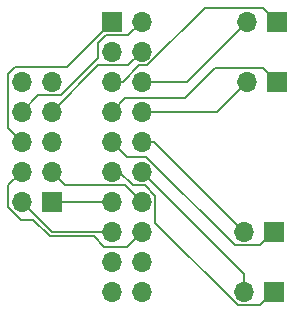
<source format=gbr>
%TF.GenerationSoftware,KiCad,Pcbnew,7.0.9-1.fc39*%
%TF.CreationDate,2023-12-29T10:13:10-08:00*%
%TF.ProjectId,supermicro-ATX-PCB,73757065-726d-4696-9372-6f2d4154582d,rev?*%
%TF.SameCoordinates,Original*%
%TF.FileFunction,Copper,L1,Top*%
%TF.FilePolarity,Positive*%
%FSLAX46Y46*%
G04 Gerber Fmt 4.6, Leading zero omitted, Abs format (unit mm)*
G04 Created by KiCad (PCBNEW 7.0.9-1.fc39) date 2023-12-29 10:13:10*
%MOMM*%
%LPD*%
G01*
G04 APERTURE LIST*
%TA.AperFunction,ComponentPad*%
%ADD10R,1.700000X1.700000*%
%TD*%
%TA.AperFunction,ComponentPad*%
%ADD11O,1.700000X1.700000*%
%TD*%
%TA.AperFunction,Conductor*%
%ADD12C,0.200000*%
%TD*%
G04 APERTURE END LIST*
D10*
%TO.P,UID1,1,Pin_1*%
%TO.N,/UID_LED+*%
X123190000Y-68580000D03*
D11*
%TO.P,UID1,2,Pin_2*%
%TO.N,/UID_LED-*%
X120650000Y-68580000D03*
%TD*%
D10*
%TO.P,PWR_FAIL1,1,Pin_1*%
%TO.N,/PWR_FAIL_LED+*%
X123190000Y-63500000D03*
D11*
%TO.P,PWR_FAIL1,2,Pin_2*%
%TO.N,/PWR_FAIL_LED-*%
X120650000Y-63500000D03*
%TD*%
D10*
%TO.P,NIC2,1,Pin_1*%
%TO.N,/NIC2_LED+*%
X122936000Y-81280000D03*
D11*
%TO.P,NIC2,2,Pin_2*%
%TO.N,/NIC2_LED-*%
X120396000Y-81280000D03*
%TD*%
D10*
%TO.P,SM-JF1,1,Pin_1*%
%TO.N,/PWR_BUTT+*%
X109220000Y-63500000D03*
D11*
%TO.P,SM-JF1,2,Pin_2*%
%TO.N,/PWR_BUTT-*%
X111760000Y-63500000D03*
%TO.P,SM-JF1,3,Pin_3*%
%TO.N,/RESET_BUTT+*%
X109220000Y-66040000D03*
%TO.P,SM-JF1,4,Pin_4*%
%TO.N,/RESET_BUTT-*%
X111760000Y-66040000D03*
%TO.P,SM-JF1,5,Pin_5*%
%TO.N,/PWR_FAIL_LED+*%
X109220000Y-68580000D03*
%TO.P,SM-JF1,6,Pin_6*%
%TO.N,/PWR_FAIL_LED-*%
X111760000Y-68580000D03*
%TO.P,SM-JF1,7,Pin_7*%
%TO.N,/UID_LED+*%
X109220000Y-71120000D03*
%TO.P,SM-JF1,8,Pin_8*%
%TO.N,/UID_LED-*%
X111760000Y-71120000D03*
%TO.P,SM-JF1,9,Pin_9*%
%TO.N,/NIC2_LED+*%
X109220000Y-73660000D03*
%TO.P,SM-JF1,10,Pin_10*%
%TO.N,/NIC2_LED-*%
X111760000Y-73660000D03*
%TO.P,SM-JF1,11,Pin_11*%
%TO.N,/NIC1_LED+*%
X109220000Y-76200000D03*
%TO.P,SM-JF1,12,Pin_12*%
%TO.N,/NIC1_LED-*%
X111760000Y-76200000D03*
%TO.P,SM-JF1,13,Pin_13*%
%TO.N,/HDD_LED+*%
X109220000Y-78740000D03*
%TO.P,SM-JF1,14,Pin_14*%
%TO.N,/HDD_LED-*%
X111760000Y-78740000D03*
%TO.P,SM-JF1,15,Pin_15*%
%TO.N,/PWR_LED+*%
X109220000Y-81280000D03*
%TO.P,SM-JF1,16,Pin_16*%
%TO.N,/PWR_LED-*%
X111760000Y-81280000D03*
%TO.P,SM-JF1,17,Pin_17*%
%TO.N,unconnected-(SM-JF1-Pin_17-Pad17)*%
X109220000Y-83820000D03*
%TO.P,SM-JF1,18,Pin_18*%
%TO.N,unconnected-(SM-JF1-Pin_18-Pad18)*%
X111760000Y-83820000D03*
%TO.P,SM-JF1,19,Pin_19*%
%TO.N,unconnected-(SM-JF1-Pin_19-Pad19)*%
X109220000Y-86360000D03*
%TO.P,SM-JF1,20,Pin_20*%
%TO.N,/NMI*%
X111760000Y-86360000D03*
%TD*%
D10*
%TO.P,NIC1,1,Pin_1*%
%TO.N,/NIC1_LED+*%
X122936000Y-86360000D03*
D11*
%TO.P,NIC1,2,Pin_2*%
%TO.N,/NIC1_LED-*%
X120396000Y-86360000D03*
%TD*%
D10*
%TO.P,ATX-FP1,1,Pin_1*%
%TO.N,/HDD_LED+*%
X104140000Y-78740000D03*
D11*
%TO.P,ATX-FP1,2,Pin_2*%
%TO.N,/PWR_LED+*%
X101600000Y-78740000D03*
%TO.P,ATX-FP1,3,Pin_3*%
%TO.N,/HDD_LED-*%
X104140000Y-76200000D03*
%TO.P,ATX-FP1,4,Pin_4*%
%TO.N,/PWR_LED-*%
X101600000Y-76200000D03*
%TO.P,ATX-FP1,5,Pin_5*%
%TO.N,/RESET_BUTT+*%
X104140000Y-73660000D03*
%TO.P,ATX-FP1,6,Pin_6*%
%TO.N,/PWR_BUTT+*%
X101600000Y-73660000D03*
%TO.P,ATX-FP1,7,Pin_7*%
%TO.N,/RESET_BUTT-*%
X104140000Y-71120000D03*
%TO.P,ATX-FP1,8,Pin_8*%
%TO.N,/PWR_BUTT-*%
X101600000Y-71120000D03*
%TO.P,ATX-FP1,9,Pin_9*%
%TO.N,GND*%
X104140000Y-68580000D03*
%TO.P,ATX-FP1,10,Pin_10*%
%TO.N,unconnected-(ATX-FP1-Pin_10-Pad10)*%
X101600000Y-68580000D03*
%TD*%
D12*
%TO.N,/HDD_LED+*%
X104140000Y-78740000D02*
X109220000Y-78740000D01*
%TO.N,/PWR_LED+*%
X104140000Y-81280000D02*
X109220000Y-81280000D01*
X101600000Y-78740000D02*
X104140000Y-81280000D01*
%TO.N,/HDD_LED-*%
X104140000Y-76200000D02*
X105290000Y-77350000D01*
X105290000Y-77350000D02*
X110370000Y-77350000D01*
X110370000Y-77350000D02*
X111760000Y-78740000D01*
%TO.N,/PWR_LED-*%
X107715000Y-81680000D02*
X103974314Y-81680000D01*
X100450000Y-79216346D02*
X100450000Y-77350000D01*
X108585000Y-82550000D02*
X107715000Y-81680000D01*
X103974314Y-81680000D02*
X102587157Y-80292843D01*
X100450000Y-77350000D02*
X101600000Y-76200000D01*
X101526497Y-80292843D02*
X100450000Y-79216346D01*
X111760000Y-81280000D02*
X110490000Y-82550000D01*
X110490000Y-82550000D02*
X108585000Y-82550000D01*
X102587157Y-80292843D02*
X101526497Y-80292843D01*
%TO.N,/PWR_BUTT+*%
X105410000Y-67310000D02*
X109220000Y-63500000D01*
X100450000Y-72510000D02*
X100450000Y-67927481D01*
X101067481Y-67310000D02*
X105410000Y-67310000D01*
X101600000Y-73660000D02*
X100450000Y-72510000D01*
X100450000Y-67927481D02*
X101067481Y-67310000D01*
%TO.N,/NIC1_LED-*%
X120396000Y-86360000D02*
X120396000Y-84836000D01*
X120396000Y-84836000D02*
X111760000Y-76200000D01*
%TO.N,/NIC1_LED+*%
X111996346Y-77350000D02*
X111005000Y-77350000D01*
X112910000Y-80525000D02*
X112910000Y-78263654D01*
X119895000Y-87510000D02*
X112910000Y-80525000D01*
X111005000Y-77350000D02*
X109855000Y-76200000D01*
X109855000Y-76200000D02*
X109220000Y-76200000D01*
X112910000Y-78263654D02*
X111996346Y-77350000D01*
X122936000Y-86360000D02*
X121786000Y-87510000D01*
X121786000Y-87510000D02*
X119895000Y-87510000D01*
%TO.N,/NIC2_LED-*%
X120396000Y-81280000D02*
X112776000Y-73660000D01*
X112776000Y-73660000D02*
X111760000Y-73660000D01*
%TO.N,/NIC2_LED+*%
X119616346Y-82430000D02*
X112116346Y-74930000D01*
X112116346Y-74930000D02*
X110490000Y-74930000D01*
X110490000Y-74930000D02*
X109220000Y-73660000D01*
X121786000Y-82430000D02*
X119616346Y-82430000D01*
X122936000Y-81280000D02*
X121786000Y-82430000D01*
%TO.N,/PWR_FAIL_LED-*%
X120650000Y-63500000D02*
X115570000Y-68580000D01*
X115570000Y-68580000D02*
X111760000Y-68580000D01*
%TO.N,/PWR_FAIL_LED+*%
X112236346Y-67190000D02*
X111523654Y-67190000D01*
X111523654Y-67190000D02*
X110133654Y-68580000D01*
X110133654Y-68580000D02*
X109220000Y-68580000D01*
X122040000Y-62350000D02*
X117076346Y-62350000D01*
X117076346Y-62350000D02*
X112236346Y-67190000D01*
X123190000Y-63500000D02*
X122040000Y-62350000D01*
%TO.N,/UID_LED-*%
X120650000Y-68580000D02*
X118110000Y-71120000D01*
X118110000Y-71120000D02*
X111760000Y-71120000D01*
%TO.N,/UID_LED+*%
X117990000Y-67430000D02*
X115450000Y-69970000D01*
X115450000Y-69970000D02*
X110370000Y-69970000D01*
X123190000Y-68580000D02*
X122040000Y-67430000D01*
X122040000Y-67430000D02*
X117990000Y-67430000D01*
X110370000Y-69970000D02*
X109220000Y-71120000D01*
%TO.N,/RESET_BUTT-*%
X104140000Y-71120000D02*
X108070000Y-67190000D01*
X108070000Y-67190000D02*
X110610000Y-67190000D01*
X110610000Y-67190000D02*
X111760000Y-66040000D01*
%TO.N,/PWR_BUTT-*%
X102990000Y-69730000D02*
X104895000Y-69730000D01*
X101600000Y-71120000D02*
X102990000Y-69730000D01*
X108070000Y-65285000D02*
X108705000Y-64650000D01*
X108705000Y-64650000D02*
X110610000Y-64650000D01*
X104895000Y-69730000D02*
X108070000Y-66555000D01*
X108070000Y-66555000D02*
X108070000Y-65285000D01*
X110610000Y-64650000D02*
X111760000Y-63500000D01*
%TD*%
M02*

</source>
